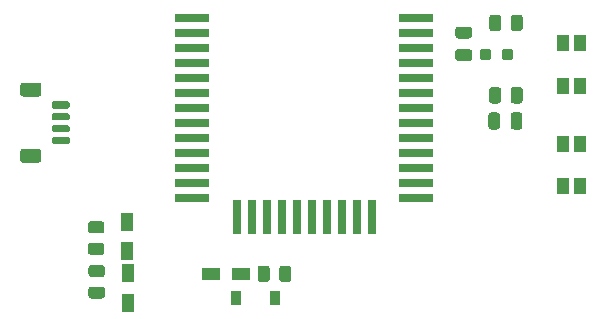
<source format=gbr>
%TF.GenerationSoftware,KiCad,Pcbnew,5.1.9-73d0e3b20d~88~ubuntu20.04.1*%
%TF.CreationDate,2021-02-15T14:30:30+00:00*%
%TF.ProjectId,daughter_board,64617567-6874-4657-925f-626f6172642e,rev?*%
%TF.SameCoordinates,Original*%
%TF.FileFunction,Paste,Top*%
%TF.FilePolarity,Positive*%
%FSLAX46Y46*%
G04 Gerber Fmt 4.6, Leading zero omitted, Abs format (unit mm)*
G04 Created by KiCad (PCBNEW 5.1.9-73d0e3b20d~88~ubuntu20.04.1) date 2021-02-15 14:30:30*
%MOMM*%
%LPD*%
G01*
G04 APERTURE LIST*
%ADD10R,1.500000X1.000000*%
%ADD11R,1.000000X1.500000*%
%ADD12R,1.050000X1.400000*%
%ADD13R,0.914400X1.219200*%
%ADD14R,3.000000X0.800000*%
%ADD15R,0.800000X3.000000*%
G04 APERTURE END LIST*
D10*
%TO.C,D3*%
X125000000Y-120750000D03*
X127500000Y-120750000D03*
%TD*%
D11*
%TO.C,D2*%
X117950000Y-120650000D03*
X117950000Y-123150000D03*
%TD*%
%TO.C,D1*%
X117900000Y-118800000D03*
X117900000Y-116300000D03*
%TD*%
%TO.C,STEMMA1*%
G36*
G01*
X110375001Y-105725000D02*
X109074999Y-105725000D01*
G75*
G02*
X108825000Y-105475001I0J249999D01*
G01*
X108825000Y-104774999D01*
G75*
G02*
X109074999Y-104525000I249999J0D01*
G01*
X110375001Y-104525000D01*
G75*
G02*
X110625000Y-104774999I0J-249999D01*
G01*
X110625000Y-105475001D01*
G75*
G02*
X110375001Y-105725000I-249999J0D01*
G01*
G37*
G36*
G01*
X110375001Y-111325000D02*
X109074999Y-111325000D01*
G75*
G02*
X108825000Y-111075001I0J249999D01*
G01*
X108825000Y-110374999D01*
G75*
G02*
X109074999Y-110125000I249999J0D01*
G01*
X110375001Y-110125000D01*
G75*
G02*
X110625000Y-110374999I0J-249999D01*
G01*
X110625000Y-111075001D01*
G75*
G02*
X110375001Y-111325000I-249999J0D01*
G01*
G37*
G36*
G01*
X112875000Y-106725000D02*
X111625000Y-106725000D01*
G75*
G02*
X111475000Y-106575000I0J150000D01*
G01*
X111475000Y-106275000D01*
G75*
G02*
X111625000Y-106125000I150000J0D01*
G01*
X112875000Y-106125000D01*
G75*
G02*
X113025000Y-106275000I0J-150000D01*
G01*
X113025000Y-106575000D01*
G75*
G02*
X112875000Y-106725000I-150000J0D01*
G01*
G37*
G36*
G01*
X112875000Y-107725000D02*
X111625000Y-107725000D01*
G75*
G02*
X111475000Y-107575000I0J150000D01*
G01*
X111475000Y-107275000D01*
G75*
G02*
X111625000Y-107125000I150000J0D01*
G01*
X112875000Y-107125000D01*
G75*
G02*
X113025000Y-107275000I0J-150000D01*
G01*
X113025000Y-107575000D01*
G75*
G02*
X112875000Y-107725000I-150000J0D01*
G01*
G37*
G36*
G01*
X112875000Y-108725000D02*
X111625000Y-108725000D01*
G75*
G02*
X111475000Y-108575000I0J150000D01*
G01*
X111475000Y-108275000D01*
G75*
G02*
X111625000Y-108125000I150000J0D01*
G01*
X112875000Y-108125000D01*
G75*
G02*
X113025000Y-108275000I0J-150000D01*
G01*
X113025000Y-108575000D01*
G75*
G02*
X112875000Y-108725000I-150000J0D01*
G01*
G37*
G36*
G01*
X112875000Y-109725000D02*
X111625000Y-109725000D01*
G75*
G02*
X111475000Y-109575000I0J150000D01*
G01*
X111475000Y-109275000D01*
G75*
G02*
X111625000Y-109125000I150000J0D01*
G01*
X112875000Y-109125000D01*
G75*
G02*
X113025000Y-109275000I0J-150000D01*
G01*
X113025000Y-109575000D01*
G75*
G02*
X112875000Y-109725000I-150000J0D01*
G01*
G37*
%TD*%
%TO.C,R1*%
G36*
G01*
X149550000Y-105149998D02*
X149550000Y-106050002D01*
G75*
G02*
X149300002Y-106300000I-249998J0D01*
G01*
X148774998Y-106300000D01*
G75*
G02*
X148525000Y-106050002I0J249998D01*
G01*
X148525000Y-105149998D01*
G75*
G02*
X148774998Y-104900000I249998J0D01*
G01*
X149300002Y-104900000D01*
G75*
G02*
X149550000Y-105149998I0J-249998D01*
G01*
G37*
G36*
G01*
X151375000Y-105149998D02*
X151375000Y-106050002D01*
G75*
G02*
X151125002Y-106300000I-249998J0D01*
G01*
X150599998Y-106300000D01*
G75*
G02*
X150350000Y-106050002I0J249998D01*
G01*
X150350000Y-105149998D01*
G75*
G02*
X150599998Y-104900000I249998J0D01*
G01*
X151125002Y-104900000D01*
G75*
G02*
X151375000Y-105149998I0J-249998D01*
G01*
G37*
%TD*%
%TO.C,C3*%
G36*
G01*
X149450000Y-107300000D02*
X149450000Y-108250000D01*
G75*
G02*
X149200000Y-108500000I-250000J0D01*
G01*
X148700000Y-108500000D01*
G75*
G02*
X148450000Y-108250000I0J250000D01*
G01*
X148450000Y-107300000D01*
G75*
G02*
X148700000Y-107050000I250000J0D01*
G01*
X149200000Y-107050000D01*
G75*
G02*
X149450000Y-107300000I0J-250000D01*
G01*
G37*
G36*
G01*
X151350000Y-107300000D02*
X151350000Y-108250000D01*
G75*
G02*
X151100000Y-108500000I-250000J0D01*
G01*
X150600000Y-108500000D01*
G75*
G02*
X150350000Y-108250000I0J250000D01*
G01*
X150350000Y-107300000D01*
G75*
G02*
X150600000Y-107050000I250000J0D01*
G01*
X151100000Y-107050000D01*
G75*
G02*
X151350000Y-107300000I0J-250000D01*
G01*
G37*
%TD*%
D12*
%TO.C,SW2*%
X154750000Y-104800000D03*
X154750000Y-101200000D03*
X156200000Y-104800000D03*
X156200000Y-101200000D03*
%TD*%
%TO.C,SW1*%
X154750000Y-113325000D03*
X154750000Y-109725000D03*
X156200000Y-113325000D03*
X156200000Y-109725000D03*
%TD*%
%TO.C,FB1*%
G36*
G01*
X148725000Y-101912500D02*
X148725000Y-102387500D01*
G75*
G02*
X148487500Y-102625000I-237500J0D01*
G01*
X147987500Y-102625000D01*
G75*
G02*
X147750000Y-102387500I0J237500D01*
G01*
X147750000Y-101912500D01*
G75*
G02*
X147987500Y-101675000I237500J0D01*
G01*
X148487500Y-101675000D01*
G75*
G02*
X148725000Y-101912500I0J-237500D01*
G01*
G37*
G36*
G01*
X150550000Y-101912500D02*
X150550000Y-102387500D01*
G75*
G02*
X150312500Y-102625000I-237500J0D01*
G01*
X149812500Y-102625000D01*
G75*
G02*
X149575000Y-102387500I0J237500D01*
G01*
X149575000Y-101912500D01*
G75*
G02*
X149812500Y-101675000I237500J0D01*
G01*
X150312500Y-101675000D01*
G75*
G02*
X150550000Y-101912500I0J-237500D01*
G01*
G37*
%TD*%
D13*
%TO.C,D4*%
X130388300Y-122775000D03*
X127111700Y-122775000D03*
%TD*%
%TO.C,R7*%
G36*
G01*
X130750000Y-121175002D02*
X130750000Y-120274998D01*
G75*
G02*
X130999998Y-120025000I249998J0D01*
G01*
X131525002Y-120025000D01*
G75*
G02*
X131775000Y-120274998I0J-249998D01*
G01*
X131775000Y-121175002D01*
G75*
G02*
X131525002Y-121425000I-249998J0D01*
G01*
X130999998Y-121425000D01*
G75*
G02*
X130750000Y-121175002I0J249998D01*
G01*
G37*
G36*
G01*
X128925000Y-121175002D02*
X128925000Y-120274998D01*
G75*
G02*
X129174998Y-120025000I249998J0D01*
G01*
X129700002Y-120025000D01*
G75*
G02*
X129950000Y-120274998I0J-249998D01*
G01*
X129950000Y-121175002D01*
G75*
G02*
X129700002Y-121425000I-249998J0D01*
G01*
X129174998Y-121425000D01*
G75*
G02*
X128925000Y-121175002I0J249998D01*
G01*
G37*
%TD*%
%TO.C,R6*%
G36*
G01*
X115750002Y-121000000D02*
X114849998Y-121000000D01*
G75*
G02*
X114600000Y-120750002I0J249998D01*
G01*
X114600000Y-120224998D01*
G75*
G02*
X114849998Y-119975000I249998J0D01*
G01*
X115750002Y-119975000D01*
G75*
G02*
X116000000Y-120224998I0J-249998D01*
G01*
X116000000Y-120750002D01*
G75*
G02*
X115750002Y-121000000I-249998J0D01*
G01*
G37*
G36*
G01*
X115750002Y-122825000D02*
X114849998Y-122825000D01*
G75*
G02*
X114600000Y-122575002I0J249998D01*
G01*
X114600000Y-122049998D01*
G75*
G02*
X114849998Y-121800000I249998J0D01*
G01*
X115750002Y-121800000D01*
G75*
G02*
X116000000Y-122049998I0J-249998D01*
G01*
X116000000Y-122575002D01*
G75*
G02*
X115750002Y-122825000I-249998J0D01*
G01*
G37*
%TD*%
%TO.C,R5*%
G36*
G01*
X114799998Y-118100000D02*
X115700002Y-118100000D01*
G75*
G02*
X115950000Y-118349998I0J-249998D01*
G01*
X115950000Y-118875002D01*
G75*
G02*
X115700002Y-119125000I-249998J0D01*
G01*
X114799998Y-119125000D01*
G75*
G02*
X114550000Y-118875002I0J249998D01*
G01*
X114550000Y-118349998D01*
G75*
G02*
X114799998Y-118100000I249998J0D01*
G01*
G37*
G36*
G01*
X114799998Y-116275000D02*
X115700002Y-116275000D01*
G75*
G02*
X115950000Y-116524998I0J-249998D01*
G01*
X115950000Y-117050002D01*
G75*
G02*
X115700002Y-117300000I-249998J0D01*
G01*
X114799998Y-117300000D01*
G75*
G02*
X114550000Y-117050002I0J249998D01*
G01*
X114550000Y-116524998D01*
G75*
G02*
X114799998Y-116275000I249998J0D01*
G01*
G37*
%TD*%
%TO.C,R4*%
G36*
G01*
X149550000Y-99024998D02*
X149550000Y-99925002D01*
G75*
G02*
X149300002Y-100175000I-249998J0D01*
G01*
X148774998Y-100175000D01*
G75*
G02*
X148525000Y-99925002I0J249998D01*
G01*
X148525000Y-99024998D01*
G75*
G02*
X148774998Y-98775000I249998J0D01*
G01*
X149300002Y-98775000D01*
G75*
G02*
X149550000Y-99024998I0J-249998D01*
G01*
G37*
G36*
G01*
X151375000Y-99024998D02*
X151375000Y-99925002D01*
G75*
G02*
X151125002Y-100175000I-249998J0D01*
G01*
X150599998Y-100175000D01*
G75*
G02*
X150350000Y-99925002I0J249998D01*
G01*
X150350000Y-99024998D01*
G75*
G02*
X150599998Y-98775000I249998J0D01*
G01*
X151125002Y-98775000D01*
G75*
G02*
X151375000Y-99024998I0J-249998D01*
G01*
G37*
%TD*%
%TO.C,C2*%
G36*
G01*
X146850000Y-100800000D02*
X145900000Y-100800000D01*
G75*
G02*
X145650000Y-100550000I0J250000D01*
G01*
X145650000Y-100050000D01*
G75*
G02*
X145900000Y-99800000I250000J0D01*
G01*
X146850000Y-99800000D01*
G75*
G02*
X147100000Y-100050000I0J-250000D01*
G01*
X147100000Y-100550000D01*
G75*
G02*
X146850000Y-100800000I-250000J0D01*
G01*
G37*
G36*
G01*
X146850000Y-102700000D02*
X145900000Y-102700000D01*
G75*
G02*
X145650000Y-102450000I0J250000D01*
G01*
X145650000Y-101950000D01*
G75*
G02*
X145900000Y-101700000I250000J0D01*
G01*
X146850000Y-101700000D01*
G75*
G02*
X147100000Y-101950000I0J-250000D01*
G01*
X147100000Y-102450000D01*
G75*
G02*
X146850000Y-102700000I-250000J0D01*
G01*
G37*
%TD*%
D14*
%TO.C,U3*%
X142340000Y-99060000D03*
X142340000Y-100330000D03*
X142340000Y-101600000D03*
X142340000Y-102870000D03*
X142340000Y-104140000D03*
X142340000Y-105410000D03*
X142340000Y-106680000D03*
X142340000Y-107950000D03*
X142340000Y-109220000D03*
X142340000Y-110490000D03*
X123350000Y-114300000D03*
D15*
X127140000Y-115900000D03*
D14*
X123350000Y-113030000D03*
D15*
X128410000Y-115900000D03*
D14*
X123350000Y-111760000D03*
D15*
X129680000Y-115900000D03*
D14*
X123350000Y-110490000D03*
D15*
X130950000Y-115900000D03*
D14*
X123350000Y-109220000D03*
D15*
X138570000Y-115900000D03*
D14*
X123350000Y-107950000D03*
D15*
X132220000Y-115900000D03*
D14*
X123350000Y-106680000D03*
D15*
X133490000Y-115900000D03*
D14*
X123350000Y-105410000D03*
D15*
X134760000Y-115900000D03*
D14*
X123350000Y-104140000D03*
D15*
X136030000Y-115900000D03*
D14*
X123350000Y-102870000D03*
D15*
X137300000Y-115900000D03*
D14*
X123350000Y-101600000D03*
X142350000Y-114300000D03*
X123350000Y-100330000D03*
X142350000Y-113030000D03*
X123350000Y-99060000D03*
X142350000Y-111760000D03*
%TD*%
M02*

</source>
